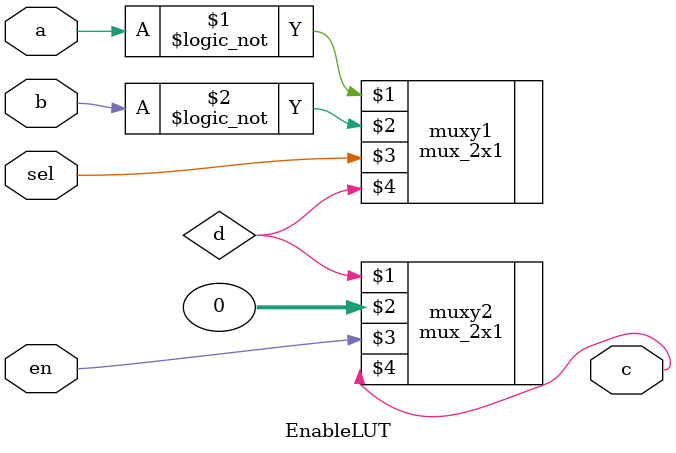
<source format=sv>
`timescale 1ns / 1ps
(* keep="true" *)
(* dont_touch = "true" *)

module EnableLUT(
    input logic a,
    input logic b,
    input logic sel,
    input logic en,
    output logic c
    );
    logic d;
    mux_2x1 muxy1(!a, !b, sel, d);
    mux_2x1 muxy2(d, 0, en, c);
endmodule
</source>
